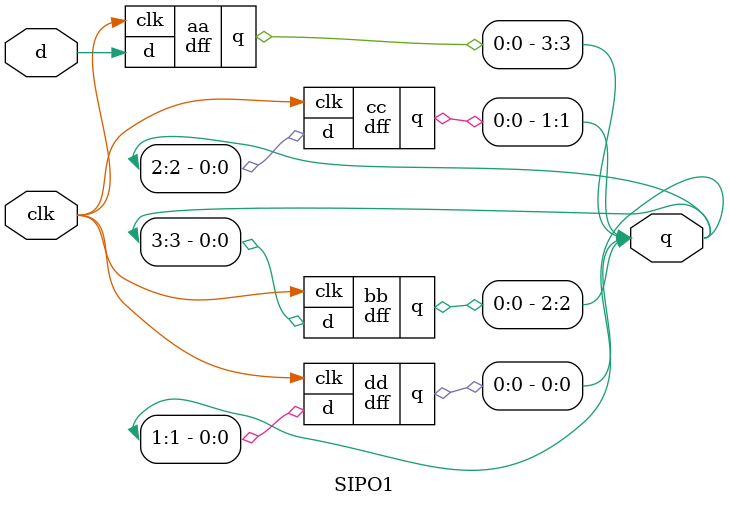
<source format=v>
`timescale 1ns / 1ps

module dff(d,clk,q);
    input d,clk;
    output q;
    reg q=0;
    always @ (posedge clk)
    begin
    q<=d;
    end
endmodule 

module SIPO1(d,clk,q);
    input d,clk;
    output [3:0]q;
    dff aa(d, clk, q[3]);
    dff bb(q[3], clk, q[2]);
    dff cc(q[2], clk, q[1]);
    dff dd(q[1], clk, q[0]);
endmodule

</source>
